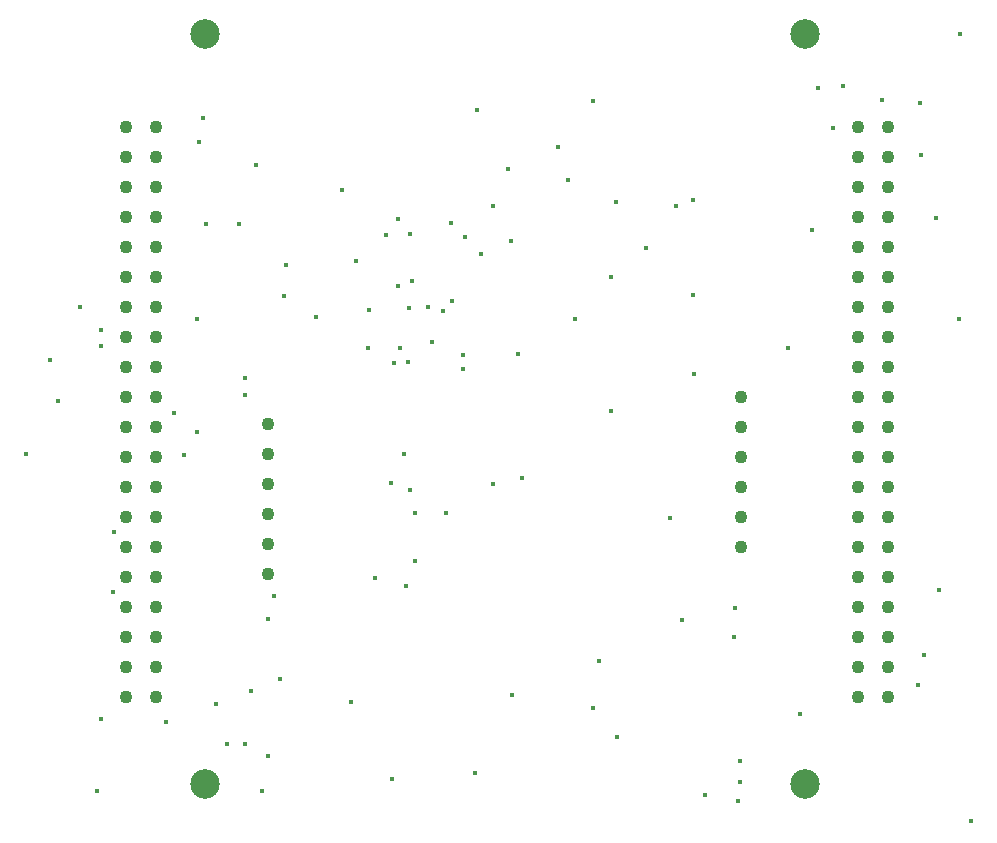
<source format=gbr>
%TF.GenerationSoftware,Altium Limited,Altium Designer,23.3.1 (30)*%
G04 Layer_Color=0*
%FSLAX45Y45*%
%MOMM*%
%TF.SameCoordinates,5468FEB5-A0EC-45A8-B7CF-D9D5DC2F6AF5*%
%TF.FilePolarity,Positive*%
%TF.FileFunction,Plated,1,4,PTH,Drill*%
%TF.Part,Single*%
G01*
G75*
%TA.AperFunction,ComponentDrill*%
%ADD63C,1.09220*%
%ADD64C,1.10000*%
%TA.AperFunction,OtherDrill,Pad Free-1 (71.12mm,100.076mm)*%
%ADD65C,2.50000*%
%TA.AperFunction,OtherDrill,Pad Free-1 (121.92mm,100.076mm)*%
%ADD66C,2.50000*%
%TA.AperFunction,OtherDrill,Pad Free-1 (121.92mm,36.576mm)*%
%ADD67C,2.50000*%
%TA.AperFunction,OtherDrill,Pad Free-1 (71.12mm,36.576mm)*%
%ADD68C,2.50000*%
%TA.AperFunction,ViaDrill,NotFilled*%
%ADD69C,0.40000*%
D63*
X12646000Y9224001D02*
D03*
X12900000D02*
D03*
X12646000Y8970001D02*
D03*
X12900000D02*
D03*
X12646000Y8716001D02*
D03*
X12900000D02*
D03*
X12646000Y8462001D02*
D03*
X12900000D02*
D03*
X12646000Y8208001D02*
D03*
X12900000D02*
D03*
X12646000Y7954001D02*
D03*
X12900000D02*
D03*
X12646000Y7700001D02*
D03*
X12900000D02*
D03*
X12646000Y7446001D02*
D03*
X12900000D02*
D03*
X12646000Y7192001D02*
D03*
X12900000D02*
D03*
X12646000Y6938001D02*
D03*
X12900000D02*
D03*
X12646000Y6684001D02*
D03*
X12900000D02*
D03*
X12646000Y6430001D02*
D03*
X12900000D02*
D03*
X12646000Y6176001D02*
D03*
X12900000D02*
D03*
X12646000Y5922001D02*
D03*
X12900000D02*
D03*
X12646000Y5668001D02*
D03*
X12900000D02*
D03*
X12646000Y5414001D02*
D03*
X12900000D02*
D03*
X12646000Y5160001D02*
D03*
X12900000D02*
D03*
X12646000Y4906001D02*
D03*
X12900000D02*
D03*
X12646000Y4652001D02*
D03*
X12900000D02*
D03*
X12646000Y4398001D02*
D03*
X12900000D02*
D03*
X6700002Y4398000D02*
D03*
X6446002D02*
D03*
X6700002Y4652000D02*
D03*
X6446002D02*
D03*
X6700002Y4906000D02*
D03*
X6446002D02*
D03*
X6700002Y5160000D02*
D03*
X6446002D02*
D03*
X6700002Y5414000D02*
D03*
X6446002D02*
D03*
X6700002Y5668000D02*
D03*
X6446002D02*
D03*
X6700002Y5922000D02*
D03*
X6446002D02*
D03*
X6700002Y6176000D02*
D03*
X6446002D02*
D03*
X6700002Y6430000D02*
D03*
X6446002D02*
D03*
X6700002Y6684000D02*
D03*
X6446002D02*
D03*
X6700002Y6938000D02*
D03*
X6446002D02*
D03*
X6700002Y7192000D02*
D03*
X6446002D02*
D03*
X6700002Y7446000D02*
D03*
X6446002D02*
D03*
X6700002Y7700000D02*
D03*
X6446002D02*
D03*
X6700002Y7954000D02*
D03*
X6446002D02*
D03*
X6700002Y8208000D02*
D03*
X6446002D02*
D03*
X6700002Y8462000D02*
D03*
X6446002D02*
D03*
X6700002Y8716000D02*
D03*
X6446002D02*
D03*
X6700002Y8970000D02*
D03*
X6446002D02*
D03*
X6700002Y9224000D02*
D03*
X6446002D02*
D03*
D64*
X7650002Y6707998D02*
D03*
Y6453998D02*
D03*
Y6199998D02*
D03*
Y5945998D02*
D03*
Y5691998D02*
D03*
Y5437998D02*
D03*
X11650000Y5665003D02*
D03*
Y5919003D02*
D03*
Y6173003D02*
D03*
Y6427003D02*
D03*
Y6681003D02*
D03*
Y6935003D02*
D03*
D65*
X7112000Y10007600D02*
D03*
D66*
X12192000D02*
D03*
D67*
Y3657600D02*
D03*
D68*
X7112000D02*
D03*
D69*
X12427620Y9212527D02*
D03*
X9701333Y8256911D02*
D03*
X10550000Y7950000D02*
D03*
X8889970Y5545085D02*
D03*
X8813980Y5336360D02*
D03*
X7750000Y4550000D02*
D03*
X8350000Y4350000D02*
D03*
X10250000Y7600000D02*
D03*
X7650000Y3900000D02*
D03*
X7450000Y4000000D02*
D03*
X7300000D02*
D03*
X8277803Y8687804D02*
D03*
X13200000Y4750000D02*
D03*
X5800000Y7250000D02*
D03*
X8688023Y6211977D02*
D03*
X7645509Y5054491D02*
D03*
X8850000Y6150000D02*
D03*
X9158815Y5950000D02*
D03*
X8895424Y5956300D02*
D03*
X7051040Y7597140D02*
D03*
Y6637020D02*
D03*
X13325700Y5300000D02*
D03*
X12150000Y4250000D02*
D03*
X11350000Y3567000D02*
D03*
X6784340Y4185920D02*
D03*
X8800000Y6450000D02*
D03*
X9400000Y3750000D02*
D03*
X9315160Y8293000D02*
D03*
X9715002Y4409999D02*
D03*
X7450000Y6950000D02*
D03*
X9800000Y6250000D02*
D03*
X10450000Y4700000D02*
D03*
X9418658Y9366665D02*
D03*
X12050000Y7350000D02*
D03*
X7800000Y8050000D02*
D03*
X9550000Y6200000D02*
D03*
X8749321Y7878260D02*
D03*
X8394530Y8087530D02*
D03*
X8746110Y8446110D02*
D03*
X8647640Y8309820D02*
D03*
X8849360Y8313420D02*
D03*
X13600000Y3350000D02*
D03*
X13177673Y8983983D02*
D03*
X9300000Y7174680D02*
D03*
X10100000Y9050000D02*
D03*
X8870500Y7920500D02*
D03*
X8845550Y7689850D02*
D03*
X11250000Y7800000D02*
D03*
X9450000Y8150000D02*
D03*
X9199880Y8412480D02*
D03*
X9550000Y8550000D02*
D03*
X7450000Y7100000D02*
D03*
X7600000Y3600000D02*
D03*
X11250000Y8600000D02*
D03*
X11100000Y8550000D02*
D03*
X9000000Y7700000D02*
D03*
X9126220Y7665720D02*
D03*
X11052368Y5913120D02*
D03*
X10850000Y8200000D02*
D03*
X7700000Y5250000D02*
D03*
X8550000Y5400000D02*
D03*
X7500000Y4450000D02*
D03*
X7100000Y9300000D02*
D03*
X7550000Y8900000D02*
D03*
X11600000Y5150000D02*
D03*
X12519660Y9565640D02*
D03*
X12301220Y9555480D02*
D03*
X12850000Y9450000D02*
D03*
X9679940Y8869680D02*
D03*
X13500000Y7600000D02*
D03*
X7122160Y8404860D02*
D03*
X13300000Y8450000D02*
D03*
X13150000Y4500000D02*
D03*
X10189240Y8771860D02*
D03*
X12250000Y8350000D02*
D03*
X9761220Y7299960D02*
D03*
X10547914Y6817000D02*
D03*
X9032362Y7399741D02*
D03*
X9297580Y7295700D02*
D03*
X11597640Y4902200D02*
D03*
X11150000Y5050000D02*
D03*
X11640820Y3855720D02*
D03*
X10400000Y4300000D02*
D03*
X8700000Y3700000D02*
D03*
X7205980Y4333000D02*
D03*
X6200000Y3600000D02*
D03*
X5867000Y6900000D02*
D03*
X5600000Y6450000D02*
D03*
X10398760Y9443720D02*
D03*
X7066280Y9095740D02*
D03*
X11628120Y3517900D02*
D03*
X8765540Y7353300D02*
D03*
X11648440Y3677920D02*
D03*
X6059145Y7700000D02*
D03*
X6235700Y7506264D02*
D03*
X6934200Y6449060D02*
D03*
X10590982Y8587740D02*
D03*
X13172440Y9428480D02*
D03*
X10607040Y4061460D02*
D03*
X8713500Y7226849D02*
D03*
X9209222Y7749540D02*
D03*
X8498840Y7350760D02*
D03*
X6849999Y6800002D02*
D03*
X7399995Y8399998D02*
D03*
X13505180Y10010140D02*
D03*
X8506460Y7671501D02*
D03*
X11254740Y7132320D02*
D03*
X8831580Y7231380D02*
D03*
X6235700Y4206240D02*
D03*
Y7367270D02*
D03*
X8054340Y7609840D02*
D03*
X6339840Y5285740D02*
D03*
X7780020Y7792720D02*
D03*
X6344920Y5793740D02*
D03*
%TF.MD5,7af46ba79f7b20a3f91e2098d546eda8*%
M02*

</source>
